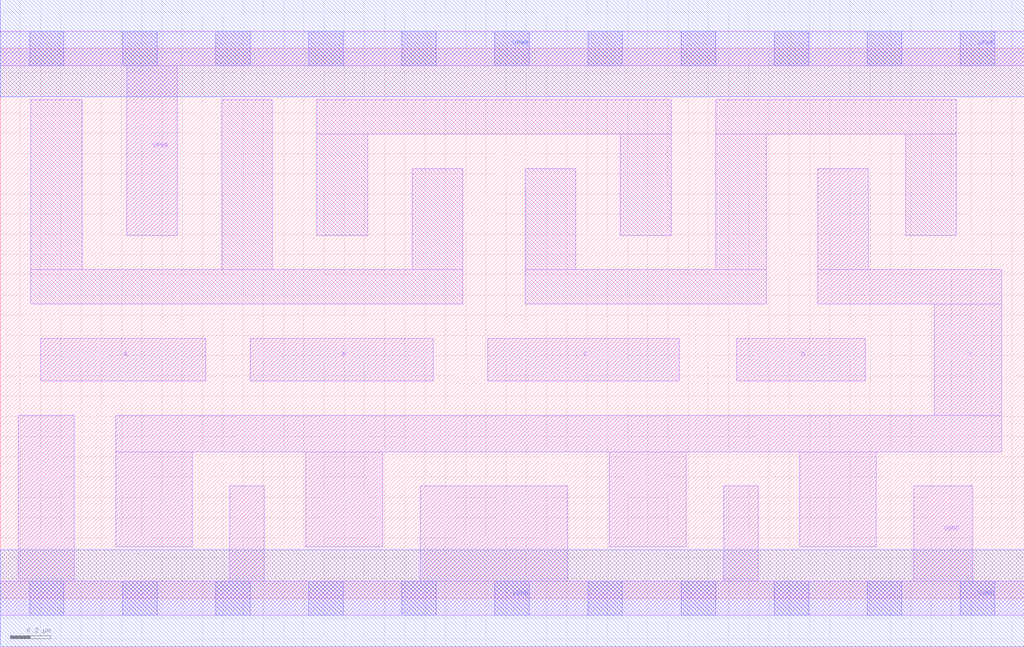
<source format=lef>
# Copyright 2020 The SkyWater PDK Authors
#
# Licensed under the Apache License, Version 2.0 (the "License");
# you may not use this file except in compliance with the License.
# You may obtain a copy of the License at
#
#     https://www.apache.org/licenses/LICENSE-2.0
#
# Unless required by applicable law or agreed to in writing, software
# distributed under the License is distributed on an "AS IS" BASIS,
# WITHOUT WARRANTIES OR CONDITIONS OF ANY KIND, either express or implied.
# See the License for the specific language governing permissions and
# limitations under the License.
#
# SPDX-License-Identifier: Apache-2.0

VERSION 5.7 ;
  NAMESCASESENSITIVE ON ;
  NOWIREEXTENSIONATPIN ON ;
  DIVIDERCHAR "/" ;
  BUSBITCHARS "[]" ;
UNITS
  DATABASE MICRONS 200 ;
END UNITS
PROPERTYDEFINITIONS
  MACRO maskLayoutSubType STRING ;
  MACRO prCellType STRING ;
  MACRO originalViewName STRING ;
END PROPERTYDEFINITIONS
MACRO sky130_fd_sc_hdll__nor4_2
  CLASS CORE ;
  FOREIGN sky130_fd_sc_hdll__nor4_2 ;
  ORIGIN  0.000000  0.000000 ;
  SIZE  5.060000 BY  2.720000 ;
  SYMMETRY X Y R90 ;
  SITE unithd ;
  PIN A
    ANTENNAGATEAREA  0.555000 ;
    DIRECTION INPUT ;
    USE SIGNAL ;
    PORT
      LAYER li1 ;
        RECT 0.200000 1.075000 1.015000 1.285000 ;
    END
  END A
  PIN B
    ANTENNAGATEAREA  0.555000 ;
    DIRECTION INPUT ;
    USE SIGNAL ;
    PORT
      LAYER li1 ;
        RECT 1.235000 1.075000 2.140000 1.285000 ;
    END
  END B
  PIN C
    ANTENNAGATEAREA  0.555000 ;
    DIRECTION INPUT ;
    USE SIGNAL ;
    PORT
      LAYER li1 ;
        RECT 2.410000 1.075000 3.355000 1.285000 ;
    END
  END C
  PIN D
    ANTENNAGATEAREA  0.555000 ;
    DIRECTION INPUT ;
    USE SIGNAL ;
    PORT
      LAYER li1 ;
        RECT 3.640000 1.075000 4.275000 1.285000 ;
    END
  END D
  PIN VGND
    ANTENNADIFFAREA  1.066000 ;
    DIRECTION INOUT ;
    USE SIGNAL ;
    PORT
      LAYER li1 ;
        RECT 0.000000 -0.085000 5.060000 0.085000 ;
        RECT 0.090000  0.085000 0.365000 0.905000 ;
        RECT 1.135000  0.085000 1.305000 0.555000 ;
        RECT 2.075000  0.085000 2.805000 0.555000 ;
        RECT 3.575000  0.085000 3.745000 0.555000 ;
        RECT 4.515000  0.085000 4.805000 0.555000 ;
      LAYER mcon ;
        RECT 0.145000 -0.085000 0.315000 0.085000 ;
        RECT 0.605000 -0.085000 0.775000 0.085000 ;
        RECT 1.065000 -0.085000 1.235000 0.085000 ;
        RECT 1.525000 -0.085000 1.695000 0.085000 ;
        RECT 1.985000 -0.085000 2.155000 0.085000 ;
        RECT 2.445000 -0.085000 2.615000 0.085000 ;
        RECT 2.905000 -0.085000 3.075000 0.085000 ;
        RECT 3.365000 -0.085000 3.535000 0.085000 ;
        RECT 3.825000 -0.085000 3.995000 0.085000 ;
        RECT 4.285000 -0.085000 4.455000 0.085000 ;
        RECT 4.745000 -0.085000 4.915000 0.085000 ;
      LAYER met1 ;
        RECT 0.000000 -0.240000 5.060000 0.240000 ;
    END
  END VGND
  PIN VPWR
    ANTENNADIFFAREA  0.290000 ;
    DIRECTION INOUT ;
    USE SIGNAL ;
    PORT
      LAYER li1 ;
        RECT 0.000000 2.635000 5.060000 2.805000 ;
        RECT 0.625000 1.795000 0.875000 2.635000 ;
      LAYER mcon ;
        RECT 0.145000 2.635000 0.315000 2.805000 ;
        RECT 0.605000 2.635000 0.775000 2.805000 ;
        RECT 1.065000 2.635000 1.235000 2.805000 ;
        RECT 1.525000 2.635000 1.695000 2.805000 ;
        RECT 1.985000 2.635000 2.155000 2.805000 ;
        RECT 2.445000 2.635000 2.615000 2.805000 ;
        RECT 2.905000 2.635000 3.075000 2.805000 ;
        RECT 3.365000 2.635000 3.535000 2.805000 ;
        RECT 3.825000 2.635000 3.995000 2.805000 ;
        RECT 4.285000 2.635000 4.455000 2.805000 ;
        RECT 4.745000 2.635000 4.915000 2.805000 ;
      LAYER met1 ;
        RECT 0.000000 2.480000 5.060000 2.960000 ;
    END
  END VPWR
  PIN Y
    ANTENNADIFFAREA  1.252000 ;
    DIRECTION OUTPUT ;
    USE SIGNAL ;
    PORT
      LAYER li1 ;
        RECT 0.570000 0.255000 0.950000 0.725000 ;
        RECT 0.570000 0.725000 4.950000 0.905000 ;
        RECT 1.510000 0.255000 1.890000 0.725000 ;
        RECT 3.010000 0.255000 3.390000 0.725000 ;
        RECT 3.950000 0.255000 4.330000 0.725000 ;
        RECT 4.040000 1.455000 4.950000 1.625000 ;
        RECT 4.040000 1.625000 4.290000 2.125000 ;
        RECT 4.615000 0.905000 4.950000 1.455000 ;
    END
  END Y
  OBS
    LAYER li1 ;
      RECT 0.150000 1.455000 2.285000 1.625000 ;
      RECT 0.150000 1.625000 0.405000 2.465000 ;
      RECT 1.095000 1.625000 1.345000 2.465000 ;
      RECT 1.565000 1.795000 1.815000 2.295000 ;
      RECT 1.565000 2.295000 3.315000 2.465000 ;
      RECT 2.035000 1.625000 2.285000 2.125000 ;
      RECT 2.595000 1.455000 3.785000 1.625000 ;
      RECT 2.595000 1.625000 2.845000 2.125000 ;
      RECT 3.065000 1.795000 3.315000 2.295000 ;
      RECT 3.535000 1.625000 3.785000 2.295000 ;
      RECT 3.535000 2.295000 4.725000 2.465000 ;
      RECT 4.475000 1.795000 4.725000 2.295000 ;
  END
  PROPERTY maskLayoutSubType "abstract" ;
  PROPERTY prCellType "standard" ;
  PROPERTY originalViewName "layout" ;
END sky130_fd_sc_hdll__nor4_2

</source>
